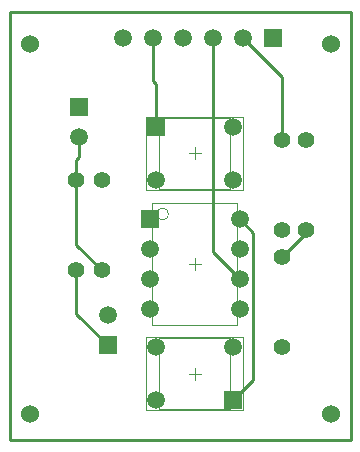
<source format=gtl>
G04*
G04 #@! TF.GenerationSoftware,Altium Limited,Altium Designer,21.2.2 (38)*
G04*
G04 Layer_Physical_Order=1*
G04 Layer_Color=255*
%FSLAX25Y25*%
%MOIN*%
G70*
G04*
G04 #@! TF.SameCoordinates,E4463E13-6215-4CEB-9C32-E63C6DB71CC8*
G04*
G04*
G04 #@! TF.FilePolarity,Positive*
G04*
G01*
G75*
%ADD13C,0.01000*%
%ADD14C,0.00394*%
%ADD15C,0.00197*%
%ADD21C,0.06000*%
%ADD22R,0.05906X0.05906*%
%ADD23C,0.05906*%
%ADD24C,0.05512*%
%ADD25R,0.05906X0.05906*%
D13*
X383500Y369000D02*
Y370000D01*
X375500Y361000D02*
X383500Y369000D01*
X307000Y365000D02*
Y386500D01*
Y365000D02*
X315500Y356500D01*
X307000Y342000D02*
Y356500D01*
Y342000D02*
X317500Y331500D01*
X375500Y400000D02*
Y421000D01*
X362500Y434000D02*
X375500Y421000D01*
X352500Y362500D02*
Y434000D01*
Y362500D02*
X361500Y353500D01*
Y373500D02*
X366000Y369000D01*
Y319847D02*
Y369000D01*
X359295Y313142D02*
X366000Y319847D01*
X332500Y419705D02*
Y434000D01*
Y419705D02*
X333705Y418500D01*
Y404358D02*
Y418500D01*
X308000Y394200D02*
Y401000D01*
X307000Y393200D02*
X308000Y394200D01*
X307000Y386500D02*
Y393200D01*
X285000Y300000D02*
X398500D01*
X285000Y442500D02*
X398500D01*
Y300000D02*
Y442500D01*
X285000Y300000D02*
Y442500D01*
D14*
X337839Y375232D02*
G03*
X337839Y375232I-1969J0D01*
G01*
X334709Y383709D02*
X358291D01*
Y407291D01*
X334709D02*
X358291D01*
X334709Y383709D02*
Y407291D01*
Y333791D02*
X358291D01*
X334709Y310209D02*
Y333791D01*
Y310209D02*
X358291D01*
Y333791D01*
X332327Y338224D02*
Y378776D01*
X360673Y338224D02*
Y378776D01*
X332327D02*
X360673D01*
X332327Y338224D02*
X360673D01*
X344531Y395500D02*
X348469D01*
X346500Y393532D02*
Y397469D01*
X344532Y322000D02*
X348469D01*
X346500Y320031D02*
Y323969D01*
X344532Y358500D02*
X348469D01*
X346500Y356532D02*
Y360469D01*
D15*
X330358Y383295D02*
X362642D01*
X330358D02*
Y407705D01*
X362642D01*
Y383295D02*
Y407705D01*
X330358Y334205D02*
X362642D01*
Y309795D02*
Y334205D01*
X330358Y309795D02*
X362642D01*
X330358D02*
Y334205D01*
D21*
X291500Y308500D02*
D03*
X392000D02*
D03*
Y432000D02*
D03*
X291500D02*
D03*
D22*
X317500Y331500D02*
D03*
X308000Y411000D02*
D03*
D23*
X317500Y341500D02*
D03*
X333705Y386642D02*
D03*
X359295D02*
D03*
Y404358D02*
D03*
X362500Y434000D02*
D03*
X352500D02*
D03*
X342500D02*
D03*
X332500D02*
D03*
X322500D02*
D03*
X308000Y401000D02*
D03*
X359295Y330858D02*
D03*
X333705D02*
D03*
Y313142D02*
D03*
X331500Y363500D02*
D03*
Y353500D02*
D03*
Y343500D02*
D03*
X361500Y373500D02*
D03*
Y363500D02*
D03*
Y353500D02*
D03*
Y343500D02*
D03*
D24*
X375500Y361000D02*
D03*
Y331000D02*
D03*
X383500Y370000D02*
D03*
Y400000D02*
D03*
X375500D02*
D03*
Y370000D02*
D03*
X307000Y356500D02*
D03*
Y386500D02*
D03*
X315500Y356500D02*
D03*
Y386500D02*
D03*
D25*
X333705Y404358D02*
D03*
X372500Y434000D02*
D03*
X359295Y313142D02*
D03*
X331500Y373500D02*
D03*
M02*

</source>
